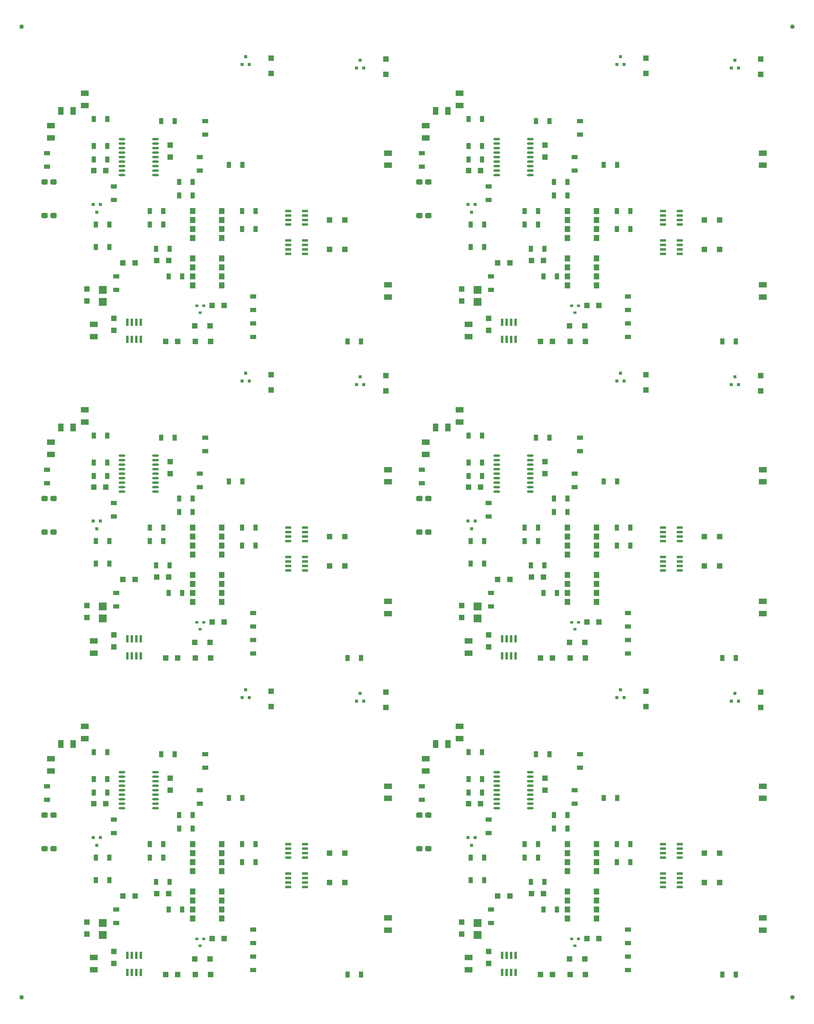
<source format=gtp>
G04*
G04 #@! TF.GenerationSoftware,Altium Limited,Altium Designer,18.1.9 (240)*
G04*
G04 Layer_Color=8421504*
%FSLAX24Y24*%
%MOIN*%
G70*
G01*
G75*
%ADD10C,0.0500*%
%ADD11R,0.0600X0.0900*%
%ADD12R,0.0900X0.0600*%
%ADD13R,0.0640X0.0640*%
%ADD14R,0.0350X0.0310*%
%ADD15R,0.0700X0.0500*%
%ADD16R,0.0500X0.0700*%
%ADD17R,0.0640X0.0640*%
%ADD18R,0.0340X0.0340*%
G04:AMPARAMS|DCode=19|XSize=60mil|YSize=70mil|CornerRadius=15mil|HoleSize=0mil|Usage=FLASHONLY|Rotation=90.000|XOffset=0mil|YOffset=0mil|HoleType=Round|Shape=RoundedRectangle|*
%AMROUNDEDRECTD19*
21,1,0.0600,0.0400,0,0,90.0*
21,1,0.0300,0.0700,0,0,90.0*
1,1,0.0300,0.0200,0.0150*
1,1,0.0300,0.0200,-0.0150*
1,1,0.0300,-0.0200,-0.0150*
1,1,0.0300,-0.0200,0.0150*
%
%ADD19ROUNDEDRECTD19*%
%ADD20R,0.0260X0.0800*%
%ADD21R,0.0900X0.0900*%
%ADD22R,0.0600X0.0700*%
%ADD23R,0.0700X0.0280*%
%ADD24O,0.0740X0.0240*%
D10*
X1250Y1250D02*
D03*
X87000D02*
D03*
Y109200D02*
D03*
X1250D02*
D03*
D11*
X6975Y29425D02*
D03*
X5625D02*
D03*
X48675D02*
D03*
X47325D02*
D03*
X6975Y64625D02*
D03*
X5625D02*
D03*
X48675D02*
D03*
X47325D02*
D03*
X6975Y99825D02*
D03*
X5625D02*
D03*
X48675D02*
D03*
X47325D02*
D03*
D12*
X9275Y5675D02*
D03*
Y4325D02*
D03*
X8275Y30025D02*
D03*
Y31375D02*
D03*
X42025Y10075D02*
D03*
Y8725D02*
D03*
Y24725D02*
D03*
Y23375D02*
D03*
X4525Y27775D02*
D03*
Y26425D02*
D03*
X50975Y5675D02*
D03*
Y4325D02*
D03*
X49975Y30025D02*
D03*
Y31375D02*
D03*
X83725Y10075D02*
D03*
Y8725D02*
D03*
Y24725D02*
D03*
Y23375D02*
D03*
X46225Y27775D02*
D03*
Y26425D02*
D03*
X9275Y40875D02*
D03*
Y39525D02*
D03*
X8275Y65225D02*
D03*
Y66575D02*
D03*
X42025Y45275D02*
D03*
Y43925D02*
D03*
Y59925D02*
D03*
Y58575D02*
D03*
X4525Y62975D02*
D03*
Y61625D02*
D03*
X50975Y40875D02*
D03*
Y39525D02*
D03*
X49975Y65225D02*
D03*
Y66575D02*
D03*
X83725Y45275D02*
D03*
Y43925D02*
D03*
Y59925D02*
D03*
Y58575D02*
D03*
X46225Y62975D02*
D03*
Y61625D02*
D03*
X9275Y76075D02*
D03*
Y74725D02*
D03*
X8275Y100425D02*
D03*
Y101775D02*
D03*
X42025Y80475D02*
D03*
Y79125D02*
D03*
Y95125D02*
D03*
Y93775D02*
D03*
X4525Y98175D02*
D03*
Y96825D02*
D03*
X50975Y76075D02*
D03*
Y74725D02*
D03*
X49975Y100425D02*
D03*
Y101775D02*
D03*
X83725Y80475D02*
D03*
Y79125D02*
D03*
Y95125D02*
D03*
Y93775D02*
D03*
X46225Y98175D02*
D03*
Y96825D02*
D03*
D13*
X11525Y5025D02*
D03*
Y6365D02*
D03*
X17775Y24275D02*
D03*
Y25615D02*
D03*
X8525Y8275D02*
D03*
Y9615D02*
D03*
X41775Y35175D02*
D03*
Y33475D02*
D03*
X29025Y35275D02*
D03*
Y33575D02*
D03*
X53225Y5025D02*
D03*
Y6365D02*
D03*
X59475Y24275D02*
D03*
Y25615D02*
D03*
X50225Y8275D02*
D03*
Y9615D02*
D03*
X83475Y35175D02*
D03*
Y33475D02*
D03*
X70725Y35275D02*
D03*
Y33575D02*
D03*
X11525Y40225D02*
D03*
Y41565D02*
D03*
X17775Y59475D02*
D03*
Y60815D02*
D03*
X8525Y43475D02*
D03*
Y44815D02*
D03*
X41775Y70375D02*
D03*
Y68675D02*
D03*
X29025Y70475D02*
D03*
Y68775D02*
D03*
X53225Y40225D02*
D03*
Y41565D02*
D03*
X59475Y59475D02*
D03*
Y60815D02*
D03*
X50225Y43475D02*
D03*
Y44815D02*
D03*
X83475Y70375D02*
D03*
Y68675D02*
D03*
X70725Y70475D02*
D03*
Y68775D02*
D03*
X11525Y75425D02*
D03*
Y76765D02*
D03*
X17775Y94675D02*
D03*
Y96015D02*
D03*
X8525Y78675D02*
D03*
Y80015D02*
D03*
X41775Y105575D02*
D03*
Y103875D02*
D03*
X29025Y105675D02*
D03*
Y103975D02*
D03*
X53225Y75425D02*
D03*
Y76765D02*
D03*
X59475Y94675D02*
D03*
Y96015D02*
D03*
X50225Y78675D02*
D03*
Y80015D02*
D03*
X83475Y105575D02*
D03*
Y103875D02*
D03*
X70725Y105675D02*
D03*
Y103975D02*
D03*
D14*
X21495Y7765D02*
D03*
X21125Y6975D02*
D03*
X20755Y7765D02*
D03*
X63195D02*
D03*
X62825Y6975D02*
D03*
X62455Y7765D02*
D03*
X21495Y42965D02*
D03*
X21125Y42175D02*
D03*
X20755Y42965D02*
D03*
X63195D02*
D03*
X62825Y42175D02*
D03*
X62455Y42965D02*
D03*
X21495Y78165D02*
D03*
X21125Y77375D02*
D03*
X20755Y78165D02*
D03*
X63195D02*
D03*
X62825Y77375D02*
D03*
X62455Y78165D02*
D03*
D15*
X21675Y28275D02*
D03*
Y26775D02*
D03*
X27025Y4275D02*
D03*
Y5775D02*
D03*
Y7275D02*
D03*
Y8775D02*
D03*
X21075Y24275D02*
D03*
Y22775D02*
D03*
X11525Y21025D02*
D03*
Y19525D02*
D03*
X4075Y24725D02*
D03*
Y23225D02*
D03*
X11775Y11025D02*
D03*
Y9525D02*
D03*
X63375Y28275D02*
D03*
Y26775D02*
D03*
X68725Y4275D02*
D03*
Y5775D02*
D03*
Y7275D02*
D03*
Y8775D02*
D03*
X62775Y24275D02*
D03*
Y22775D02*
D03*
X53225Y21025D02*
D03*
Y19525D02*
D03*
X45775Y24725D02*
D03*
Y23225D02*
D03*
X53475Y11025D02*
D03*
Y9525D02*
D03*
X21675Y63475D02*
D03*
Y61975D02*
D03*
X27025Y39475D02*
D03*
Y40975D02*
D03*
Y42475D02*
D03*
Y43975D02*
D03*
X21075Y59475D02*
D03*
Y57975D02*
D03*
X11525Y56225D02*
D03*
Y54725D02*
D03*
X4075Y59925D02*
D03*
Y58425D02*
D03*
X11775Y46225D02*
D03*
Y44725D02*
D03*
X63375Y63475D02*
D03*
Y61975D02*
D03*
X68725Y39475D02*
D03*
Y40975D02*
D03*
Y42475D02*
D03*
Y43975D02*
D03*
X62775Y59475D02*
D03*
Y57975D02*
D03*
X53225Y56225D02*
D03*
Y54725D02*
D03*
X45775Y59925D02*
D03*
Y58425D02*
D03*
X53475Y46225D02*
D03*
Y44725D02*
D03*
X21675Y98675D02*
D03*
Y97175D02*
D03*
X27025Y74675D02*
D03*
Y76175D02*
D03*
Y77675D02*
D03*
Y79175D02*
D03*
X21075Y94675D02*
D03*
Y93175D02*
D03*
X11525Y91425D02*
D03*
Y89925D02*
D03*
X4075Y95125D02*
D03*
Y93625D02*
D03*
X11775Y81425D02*
D03*
Y79925D02*
D03*
X63375Y98675D02*
D03*
Y97175D02*
D03*
X68725Y74675D02*
D03*
Y76175D02*
D03*
Y77675D02*
D03*
Y79175D02*
D03*
X62775Y94675D02*
D03*
Y93175D02*
D03*
X53225Y91425D02*
D03*
Y89925D02*
D03*
X45775Y95125D02*
D03*
Y93625D02*
D03*
X53475Y81425D02*
D03*
Y79925D02*
D03*
D16*
X9525Y14275D02*
D03*
X11025D02*
D03*
X9525Y16775D02*
D03*
X11025D02*
D03*
X10775Y25525D02*
D03*
X9275D02*
D03*
Y28525D02*
D03*
X10775D02*
D03*
X27275Y16275D02*
D03*
X25775D02*
D03*
X10775Y24025D02*
D03*
X9275D02*
D03*
X27275Y18275D02*
D03*
X25775D02*
D03*
X37525Y3775D02*
D03*
X39025D02*
D03*
X25825Y23425D02*
D03*
X24325D02*
D03*
X17725Y14075D02*
D03*
X16225D02*
D03*
X15525Y16775D02*
D03*
X17025D02*
D03*
X20275Y20025D02*
D03*
X18775D02*
D03*
X16775Y28275D02*
D03*
X18275D02*
D03*
X18775Y21525D02*
D03*
X20275D02*
D03*
X15525Y18275D02*
D03*
X17025D02*
D03*
X17625Y11025D02*
D03*
X19125D02*
D03*
X51225Y14275D02*
D03*
X52725D02*
D03*
X51225Y16775D02*
D03*
X52725D02*
D03*
X52475Y25525D02*
D03*
X50975D02*
D03*
Y28525D02*
D03*
X52475D02*
D03*
X68975Y16275D02*
D03*
X67475D02*
D03*
X52475Y24025D02*
D03*
X50975D02*
D03*
X68975Y18275D02*
D03*
X67475D02*
D03*
X79225Y3775D02*
D03*
X80725D02*
D03*
X67525Y23425D02*
D03*
X66025D02*
D03*
X59425Y14075D02*
D03*
X57925D02*
D03*
X57225Y16775D02*
D03*
X58725D02*
D03*
X61975Y20025D02*
D03*
X60475D02*
D03*
X58475Y28275D02*
D03*
X59975D02*
D03*
X60475Y21525D02*
D03*
X61975D02*
D03*
X57225Y18275D02*
D03*
X58725D02*
D03*
X59325Y11025D02*
D03*
X60825D02*
D03*
X9525Y49475D02*
D03*
X11025D02*
D03*
X9525Y51975D02*
D03*
X11025D02*
D03*
X10775Y60725D02*
D03*
X9275D02*
D03*
Y63725D02*
D03*
X10775D02*
D03*
X27275Y51475D02*
D03*
X25775D02*
D03*
X10775Y59225D02*
D03*
X9275D02*
D03*
X27275Y53475D02*
D03*
X25775D02*
D03*
X37525Y38975D02*
D03*
X39025D02*
D03*
X25825Y58625D02*
D03*
X24325D02*
D03*
X17725Y49275D02*
D03*
X16225D02*
D03*
X15525Y51975D02*
D03*
X17025D02*
D03*
X20275Y55225D02*
D03*
X18775D02*
D03*
X16775Y63475D02*
D03*
X18275D02*
D03*
X18775Y56725D02*
D03*
X20275D02*
D03*
X15525Y53475D02*
D03*
X17025D02*
D03*
X17625Y46225D02*
D03*
X19125D02*
D03*
X51225Y49475D02*
D03*
X52725D02*
D03*
X51225Y51975D02*
D03*
X52725D02*
D03*
X52475Y60725D02*
D03*
X50975D02*
D03*
Y63725D02*
D03*
X52475D02*
D03*
X68975Y51475D02*
D03*
X67475D02*
D03*
X52475Y59225D02*
D03*
X50975D02*
D03*
X68975Y53475D02*
D03*
X67475D02*
D03*
X79225Y38975D02*
D03*
X80725D02*
D03*
X67525Y58625D02*
D03*
X66025D02*
D03*
X59425Y49275D02*
D03*
X57925D02*
D03*
X57225Y51975D02*
D03*
X58725D02*
D03*
X61975Y55225D02*
D03*
X60475D02*
D03*
X58475Y63475D02*
D03*
X59975D02*
D03*
X60475Y56725D02*
D03*
X61975D02*
D03*
X57225Y53475D02*
D03*
X58725D02*
D03*
X59325Y46225D02*
D03*
X60825D02*
D03*
X9525Y84675D02*
D03*
X11025D02*
D03*
X9525Y87175D02*
D03*
X11025D02*
D03*
X10775Y95925D02*
D03*
X9275D02*
D03*
Y98925D02*
D03*
X10775D02*
D03*
X27275Y86675D02*
D03*
X25775D02*
D03*
X10775Y94425D02*
D03*
X9275D02*
D03*
X27275Y88675D02*
D03*
X25775D02*
D03*
X37525Y74175D02*
D03*
X39025D02*
D03*
X25825Y93825D02*
D03*
X24325D02*
D03*
X17725Y84475D02*
D03*
X16225D02*
D03*
X15525Y87175D02*
D03*
X17025D02*
D03*
X20275Y90425D02*
D03*
X18775D02*
D03*
X16775Y98675D02*
D03*
X18275D02*
D03*
X18775Y91925D02*
D03*
X20275D02*
D03*
X15525Y88675D02*
D03*
X17025D02*
D03*
X17625Y81425D02*
D03*
X19125D02*
D03*
X51225Y84675D02*
D03*
X52725D02*
D03*
X51225Y87175D02*
D03*
X52725D02*
D03*
X52475Y95925D02*
D03*
X50975D02*
D03*
Y98925D02*
D03*
X52475D02*
D03*
X68975Y86675D02*
D03*
X67475D02*
D03*
X52475Y94425D02*
D03*
X50975D02*
D03*
X68975Y88675D02*
D03*
X67475D02*
D03*
X79225Y74175D02*
D03*
X80725D02*
D03*
X67525Y93825D02*
D03*
X66025D02*
D03*
X59425Y84475D02*
D03*
X57925D02*
D03*
X57225Y87175D02*
D03*
X58725D02*
D03*
X61975Y90425D02*
D03*
X60475D02*
D03*
X58475Y98675D02*
D03*
X59975D02*
D03*
X60475Y91925D02*
D03*
X61975D02*
D03*
X57225Y88675D02*
D03*
X58725D02*
D03*
X59325Y81425D02*
D03*
X60825D02*
D03*
D17*
X9275Y22775D02*
D03*
X10615D02*
D03*
X12525Y12525D02*
D03*
X13865D02*
D03*
X22275Y3775D02*
D03*
X20575D02*
D03*
X20525Y5525D02*
D03*
X22225D02*
D03*
X23775Y7775D02*
D03*
X22435D02*
D03*
X35525Y17275D02*
D03*
X37225D02*
D03*
X35525Y14025D02*
D03*
X37225D02*
D03*
X17275Y3775D02*
D03*
X18615D02*
D03*
X16275Y12775D02*
D03*
X17615D02*
D03*
X50975Y22775D02*
D03*
X52315D02*
D03*
X54225Y12525D02*
D03*
X55565D02*
D03*
X63975Y3775D02*
D03*
X62275D02*
D03*
X62225Y5525D02*
D03*
X63925D02*
D03*
X65475Y7775D02*
D03*
X64135D02*
D03*
X77225Y17275D02*
D03*
X78925D02*
D03*
X77225Y14025D02*
D03*
X78925D02*
D03*
X58975Y3775D02*
D03*
X60315D02*
D03*
X57975Y12775D02*
D03*
X59315D02*
D03*
X9275Y57975D02*
D03*
X10615D02*
D03*
X12525Y47725D02*
D03*
X13865D02*
D03*
X22275Y38975D02*
D03*
X20575D02*
D03*
X20525Y40725D02*
D03*
X22225D02*
D03*
X23775Y42975D02*
D03*
X22435D02*
D03*
X35525Y52475D02*
D03*
X37225D02*
D03*
X35525Y49225D02*
D03*
X37225D02*
D03*
X17275Y38975D02*
D03*
X18615D02*
D03*
X16275Y47975D02*
D03*
X17615D02*
D03*
X50975Y57975D02*
D03*
X52315D02*
D03*
X54225Y47725D02*
D03*
X55565D02*
D03*
X63975Y38975D02*
D03*
X62275D02*
D03*
X62225Y40725D02*
D03*
X63925D02*
D03*
X65475Y42975D02*
D03*
X64135D02*
D03*
X77225Y52475D02*
D03*
X78925D02*
D03*
X77225Y49225D02*
D03*
X78925D02*
D03*
X58975Y38975D02*
D03*
X60315D02*
D03*
X57975Y47975D02*
D03*
X59315D02*
D03*
X9275Y93175D02*
D03*
X10615D02*
D03*
X12525Y82925D02*
D03*
X13865D02*
D03*
X22275Y74175D02*
D03*
X20575D02*
D03*
X20525Y75925D02*
D03*
X22225D02*
D03*
X23775Y78175D02*
D03*
X22435D02*
D03*
X35525Y87675D02*
D03*
X37225D02*
D03*
X35525Y84425D02*
D03*
X37225D02*
D03*
X17275Y74175D02*
D03*
X18615D02*
D03*
X16275Y83175D02*
D03*
X17615D02*
D03*
X50975Y93175D02*
D03*
X52315D02*
D03*
X54225Y82925D02*
D03*
X55565D02*
D03*
X63975Y74175D02*
D03*
X62275D02*
D03*
X62225Y75925D02*
D03*
X63925D02*
D03*
X65475Y78175D02*
D03*
X64135D02*
D03*
X77225Y87675D02*
D03*
X78925D02*
D03*
X77225Y84425D02*
D03*
X78925D02*
D03*
X58975Y74175D02*
D03*
X60315D02*
D03*
X57975Y83175D02*
D03*
X59315D02*
D03*
D18*
X25775Y34575D02*
D03*
X26575D02*
D03*
X26175Y35445D02*
D03*
X38525Y34175D02*
D03*
X39325D02*
D03*
X38925Y35045D02*
D03*
X10025Y19025D02*
D03*
X9225D02*
D03*
X9625Y18155D02*
D03*
X67475Y34575D02*
D03*
X68275D02*
D03*
X67875Y35445D02*
D03*
X80225Y34175D02*
D03*
X81025D02*
D03*
X80625Y35045D02*
D03*
X51725Y19025D02*
D03*
X50925D02*
D03*
X51325Y18155D02*
D03*
X25775Y69775D02*
D03*
X26575D02*
D03*
X26175Y70645D02*
D03*
X38525Y69375D02*
D03*
X39325D02*
D03*
X38925Y70245D02*
D03*
X10025Y54225D02*
D03*
X9225D02*
D03*
X9625Y53355D02*
D03*
X67475Y69775D02*
D03*
X68275D02*
D03*
X67875Y70645D02*
D03*
X80225Y69375D02*
D03*
X81025D02*
D03*
X80625Y70245D02*
D03*
X51725Y54225D02*
D03*
X50925D02*
D03*
X51325Y53355D02*
D03*
X25775Y104975D02*
D03*
X26575D02*
D03*
X26175Y105845D02*
D03*
X38525Y104575D02*
D03*
X39325D02*
D03*
X38925Y105445D02*
D03*
X10025Y89425D02*
D03*
X9225D02*
D03*
X9625Y88555D02*
D03*
X67475Y104975D02*
D03*
X68275D02*
D03*
X67875Y105845D02*
D03*
X80225Y104575D02*
D03*
X81025D02*
D03*
X80625Y105445D02*
D03*
X51725Y89425D02*
D03*
X50925D02*
D03*
X51325Y88555D02*
D03*
D19*
X4825Y17775D02*
D03*
Y21525D02*
D03*
X3825Y17775D02*
D03*
Y21525D02*
D03*
X46525Y17775D02*
D03*
Y21525D02*
D03*
X45525Y17775D02*
D03*
Y21525D02*
D03*
X4825Y52975D02*
D03*
Y56725D02*
D03*
X3825Y52975D02*
D03*
Y56725D02*
D03*
X46525Y52975D02*
D03*
Y56725D02*
D03*
X45525Y52975D02*
D03*
Y56725D02*
D03*
X4825Y88175D02*
D03*
Y91925D02*
D03*
X3825Y88175D02*
D03*
Y91925D02*
D03*
X46525Y88175D02*
D03*
Y91925D02*
D03*
X45525Y88175D02*
D03*
Y91925D02*
D03*
D20*
X14025Y5925D02*
D03*
X13525D02*
D03*
X14525D02*
D03*
X13025D02*
D03*
Y4025D02*
D03*
X13525D02*
D03*
X14025D02*
D03*
X14525D02*
D03*
X55725Y5925D02*
D03*
X55225D02*
D03*
X56225D02*
D03*
X54725D02*
D03*
Y4025D02*
D03*
X55225D02*
D03*
X55725D02*
D03*
X56225D02*
D03*
X14025Y41125D02*
D03*
X13525D02*
D03*
X14525D02*
D03*
X13025D02*
D03*
Y39225D02*
D03*
X13525D02*
D03*
X14025D02*
D03*
X14525D02*
D03*
X55725Y41125D02*
D03*
X55225D02*
D03*
X56225D02*
D03*
X54725D02*
D03*
Y39225D02*
D03*
X55225D02*
D03*
X55725D02*
D03*
X56225D02*
D03*
X14025Y76325D02*
D03*
X13525D02*
D03*
X14525D02*
D03*
X13025D02*
D03*
Y74425D02*
D03*
X13525D02*
D03*
X14025D02*
D03*
X14525D02*
D03*
X55725Y76325D02*
D03*
X55225D02*
D03*
X56225D02*
D03*
X54725D02*
D03*
Y74425D02*
D03*
X55225D02*
D03*
X55725D02*
D03*
X56225D02*
D03*
D21*
X10275Y9525D02*
D03*
Y8175D02*
D03*
X51975Y9525D02*
D03*
Y8175D02*
D03*
X10275Y44725D02*
D03*
Y43375D02*
D03*
X51975Y44725D02*
D03*
Y43375D02*
D03*
X10275Y79925D02*
D03*
Y78575D02*
D03*
X51975Y79925D02*
D03*
Y78575D02*
D03*
D22*
X20275Y16275D02*
D03*
Y15275D02*
D03*
Y18275D02*
D03*
Y17275D02*
D03*
X23525Y15275D02*
D03*
Y16275D02*
D03*
Y17275D02*
D03*
Y18275D02*
D03*
Y12025D02*
D03*
Y13025D02*
D03*
Y10025D02*
D03*
Y11025D02*
D03*
X20275Y13025D02*
D03*
Y12025D02*
D03*
Y11025D02*
D03*
Y10025D02*
D03*
X61975Y16275D02*
D03*
Y15275D02*
D03*
Y18275D02*
D03*
Y17275D02*
D03*
X65225Y15275D02*
D03*
Y16275D02*
D03*
Y17275D02*
D03*
Y18275D02*
D03*
Y12025D02*
D03*
Y13025D02*
D03*
Y10025D02*
D03*
Y11025D02*
D03*
X61975Y13025D02*
D03*
Y12025D02*
D03*
Y11025D02*
D03*
Y10025D02*
D03*
X20275Y51475D02*
D03*
Y50475D02*
D03*
Y53475D02*
D03*
Y52475D02*
D03*
X23525Y50475D02*
D03*
Y51475D02*
D03*
Y52475D02*
D03*
Y53475D02*
D03*
Y47225D02*
D03*
Y48225D02*
D03*
Y45225D02*
D03*
Y46225D02*
D03*
X20275Y48225D02*
D03*
Y47225D02*
D03*
Y46225D02*
D03*
Y45225D02*
D03*
X61975Y51475D02*
D03*
Y50475D02*
D03*
Y53475D02*
D03*
Y52475D02*
D03*
X65225Y50475D02*
D03*
Y51475D02*
D03*
Y52475D02*
D03*
Y53475D02*
D03*
Y47225D02*
D03*
Y48225D02*
D03*
Y45225D02*
D03*
Y46225D02*
D03*
X61975Y48225D02*
D03*
Y47225D02*
D03*
Y46225D02*
D03*
Y45225D02*
D03*
X20275Y86675D02*
D03*
Y85675D02*
D03*
Y88675D02*
D03*
Y87675D02*
D03*
X23525Y85675D02*
D03*
Y86675D02*
D03*
Y87675D02*
D03*
Y88675D02*
D03*
Y82425D02*
D03*
Y83425D02*
D03*
Y80425D02*
D03*
Y81425D02*
D03*
X20275Y83425D02*
D03*
Y82425D02*
D03*
Y81425D02*
D03*
Y80425D02*
D03*
X61975Y86675D02*
D03*
Y85675D02*
D03*
Y88675D02*
D03*
Y87675D02*
D03*
X65225Y85675D02*
D03*
Y86675D02*
D03*
Y87675D02*
D03*
Y88675D02*
D03*
Y82425D02*
D03*
Y83425D02*
D03*
Y80425D02*
D03*
Y81425D02*
D03*
X61975Y83425D02*
D03*
Y82425D02*
D03*
Y81425D02*
D03*
Y80425D02*
D03*
D23*
X32775Y15025D02*
D03*
Y13525D02*
D03*
Y14025D02*
D03*
Y14525D02*
D03*
X30925Y15025D02*
D03*
Y14025D02*
D03*
Y13525D02*
D03*
Y14525D02*
D03*
X32775Y18275D02*
D03*
Y16775D02*
D03*
Y17275D02*
D03*
Y17775D02*
D03*
X30925Y18275D02*
D03*
Y17275D02*
D03*
Y16775D02*
D03*
Y17775D02*
D03*
X74475Y15025D02*
D03*
Y13525D02*
D03*
Y14025D02*
D03*
Y14525D02*
D03*
X72625Y15025D02*
D03*
Y14025D02*
D03*
Y13525D02*
D03*
Y14525D02*
D03*
X74475Y18275D02*
D03*
Y16775D02*
D03*
Y17275D02*
D03*
Y17775D02*
D03*
X72625Y18275D02*
D03*
Y17275D02*
D03*
Y16775D02*
D03*
Y17775D02*
D03*
X32775Y50225D02*
D03*
Y48725D02*
D03*
Y49225D02*
D03*
Y49725D02*
D03*
X30925Y50225D02*
D03*
Y49225D02*
D03*
Y48725D02*
D03*
Y49725D02*
D03*
X32775Y53475D02*
D03*
Y51975D02*
D03*
Y52475D02*
D03*
Y52975D02*
D03*
X30925Y53475D02*
D03*
Y52475D02*
D03*
Y51975D02*
D03*
Y52975D02*
D03*
X74475Y50225D02*
D03*
Y48725D02*
D03*
Y49225D02*
D03*
Y49725D02*
D03*
X72625Y50225D02*
D03*
Y49225D02*
D03*
Y48725D02*
D03*
Y49725D02*
D03*
X74475Y53475D02*
D03*
Y51975D02*
D03*
Y52475D02*
D03*
Y52975D02*
D03*
X72625Y53475D02*
D03*
Y52475D02*
D03*
Y51975D02*
D03*
Y52975D02*
D03*
X32775Y85425D02*
D03*
Y83925D02*
D03*
Y84425D02*
D03*
Y84925D02*
D03*
X30925Y85425D02*
D03*
Y84425D02*
D03*
Y83925D02*
D03*
Y84925D02*
D03*
X32775Y88675D02*
D03*
Y87175D02*
D03*
Y87675D02*
D03*
Y88175D02*
D03*
X30925Y88675D02*
D03*
Y87675D02*
D03*
Y87175D02*
D03*
Y88175D02*
D03*
X74475Y85425D02*
D03*
Y83925D02*
D03*
Y84425D02*
D03*
Y84925D02*
D03*
X72625Y85425D02*
D03*
Y84425D02*
D03*
Y83925D02*
D03*
Y84925D02*
D03*
X74475Y88675D02*
D03*
Y87175D02*
D03*
Y87675D02*
D03*
Y88175D02*
D03*
X72625Y88675D02*
D03*
Y87675D02*
D03*
Y87175D02*
D03*
Y88175D02*
D03*
D24*
X12395Y26275D02*
D03*
X16155D02*
D03*
X12395Y24275D02*
D03*
Y24775D02*
D03*
Y25275D02*
D03*
X16155Y24275D02*
D03*
Y24775D02*
D03*
Y25275D02*
D03*
X12395Y23775D02*
D03*
Y23275D02*
D03*
Y22775D02*
D03*
Y22275D02*
D03*
X16155Y23775D02*
D03*
Y23275D02*
D03*
Y22775D02*
D03*
Y22275D02*
D03*
Y25775D02*
D03*
X12395D02*
D03*
X54095Y26275D02*
D03*
X57855D02*
D03*
X54095Y24275D02*
D03*
Y24775D02*
D03*
Y25275D02*
D03*
X57855Y24275D02*
D03*
Y24775D02*
D03*
Y25275D02*
D03*
X54095Y23775D02*
D03*
Y23275D02*
D03*
Y22775D02*
D03*
Y22275D02*
D03*
X57855Y23775D02*
D03*
Y23275D02*
D03*
Y22775D02*
D03*
Y22275D02*
D03*
Y25775D02*
D03*
X54095D02*
D03*
X12395Y61475D02*
D03*
X16155D02*
D03*
X12395Y59475D02*
D03*
Y59975D02*
D03*
Y60475D02*
D03*
X16155Y59475D02*
D03*
Y59975D02*
D03*
Y60475D02*
D03*
X12395Y58975D02*
D03*
Y58475D02*
D03*
Y57975D02*
D03*
Y57475D02*
D03*
X16155Y58975D02*
D03*
Y58475D02*
D03*
Y57975D02*
D03*
Y57475D02*
D03*
Y60975D02*
D03*
X12395D02*
D03*
X54095Y61475D02*
D03*
X57855D02*
D03*
X54095Y59475D02*
D03*
Y59975D02*
D03*
Y60475D02*
D03*
X57855Y59475D02*
D03*
Y59975D02*
D03*
Y60475D02*
D03*
X54095Y58975D02*
D03*
Y58475D02*
D03*
Y57975D02*
D03*
Y57475D02*
D03*
X57855Y58975D02*
D03*
Y58475D02*
D03*
Y57975D02*
D03*
Y57475D02*
D03*
Y60975D02*
D03*
X54095D02*
D03*
X12395Y96675D02*
D03*
X16155D02*
D03*
X12395Y94675D02*
D03*
Y95175D02*
D03*
Y95675D02*
D03*
X16155Y94675D02*
D03*
Y95175D02*
D03*
Y95675D02*
D03*
X12395Y94175D02*
D03*
Y93675D02*
D03*
Y93175D02*
D03*
Y92675D02*
D03*
X16155Y94175D02*
D03*
Y93675D02*
D03*
Y93175D02*
D03*
Y92675D02*
D03*
Y96175D02*
D03*
X12395D02*
D03*
X54095Y96675D02*
D03*
X57855D02*
D03*
X54095Y94675D02*
D03*
Y95175D02*
D03*
Y95675D02*
D03*
X57855Y94675D02*
D03*
Y95175D02*
D03*
Y95675D02*
D03*
X54095Y94175D02*
D03*
Y93675D02*
D03*
Y93175D02*
D03*
Y92675D02*
D03*
X57855Y94175D02*
D03*
Y93675D02*
D03*
Y93175D02*
D03*
Y92675D02*
D03*
Y96175D02*
D03*
X54095D02*
D03*
M02*

</source>
